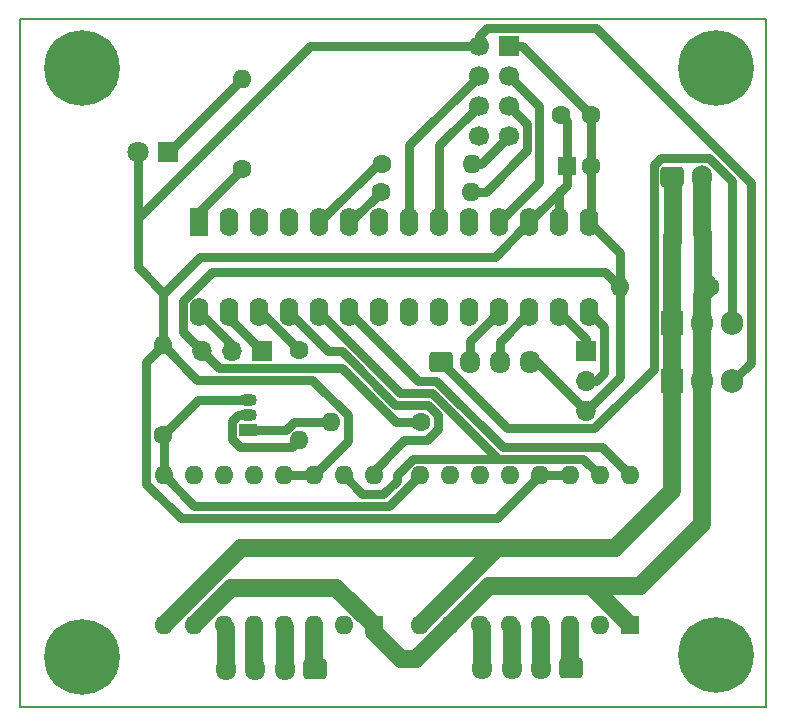
<source format=gbr>
%TF.GenerationSoftware,KiCad,Pcbnew,7.0.10-7.0.10~ubuntu22.04.1*%
%TF.CreationDate,2024-04-21T13:32:48+02:00*%
%TF.ProjectId,axis_control_board,61786973-5f63-46f6-9e74-726f6c5f626f,rev?*%
%TF.SameCoordinates,Original*%
%TF.FileFunction,Copper,L1,Top*%
%TF.FilePolarity,Positive*%
%FSLAX46Y46*%
G04 Gerber Fmt 4.6, Leading zero omitted, Abs format (unit mm)*
G04 Created by KiCad (PCBNEW 7.0.10-7.0.10~ubuntu22.04.1) date 2024-04-21 13:32:48*
%MOMM*%
%LPD*%
G01*
G04 APERTURE LIST*
G04 Aperture macros list*
%AMRoundRect*0 ,Rectangle with rounded corners *0 ,$1 Rounding radius *0 ,$2 $3 $4 $5 $6 $7 $8 $9 X,Y pos of 4 corners *0 ,Add a 4 corners polygon primitive as box body *4,1,4,-0.725,0.6,-0.725,-0.6,
0.725,-0.6,
0.725,0.6,
-0.725,0.6,0.0*0 ,Add four circle primitives for the rounded corners *1,1,0.5,-0.725,0.6*1,1,0.5,-0.725,-0.6*1,1,0.5,0.725,-0.6*1,1,0.5,0.725,0.6*0 ,Add four rect primitives between the rounded corners *20,1,0.5,-0.725,0.6,-0.725,-0.6,0.0*20,1,0.5,-0.725,-0.6,0.725,-0.6,0.0*20,1,0.5,0.725,-0.6,0.725,0.6,0.0*20,1,0.5,0.725,0.6,-0.725,0.6,0.0*%
G04 Aperture macros list end*
%TA.AperFunction,ComponentPad*%
%ADD10C,1.6*%
%TD*%
%TA.AperFunction,ComponentPad*%
%ADD11R,1.6X1.6*%
%TD*%
%TA.AperFunction,ComponentPad*%
%ADD12C,3.6*%
%TD*%
%TA.AperFunction,ConnectorPad*%
%ADD13C,6.4*%
%TD*%
%TA.AperFunction,ComponentPad*%
%ADD14R,1.7X1.7*%
%TD*%
%TA.AperFunction,ComponentPad*%
%ADD15O,1.7X1.7*%
%TD*%
%TA.AperFunction,ComponentPad*%
%ADD16O,1.6X1.6*%
%TD*%
%TA.AperFunction,ComponentPad*%
%ADD17R,1.905X2*%
%TD*%
%TA.AperFunction,ComponentPad*%
%ADD18O,1.905X2*%
%TD*%
%TA.AperFunction,ComponentPad*%
%ADD19R,1.5X1.05*%
%TD*%
%TA.AperFunction,ComponentPad*%
%ADD20O,1.5X1.05*%
%TD*%
%TA.AperFunction,ComponentPad*%
%ADD21RoundRect,0.725X0.25*%
%TD*%
%TA.AperFunction,ComponentPad*%
%ADD22O,1.7X1.95*%
%TD*%
%TA.AperFunction,ComponentPad*%
%ADD23R,1.8X1.8*%
%TD*%
%TA.AperFunction,ComponentPad*%
%ADD24C,1.8*%
%TD*%
%TA.AperFunction,ComponentPad*%
%ADD25R,1.6X2.4*%
%TD*%
%TA.AperFunction,ComponentPad*%
%ADD26O,1.6X2.4*%
%TD*%
%TA.AperFunction,ComponentPad*%
%ADD27RoundRect,-0.75X0.25*%
%TD*%
%TA.AperFunction,ComponentPad*%
%ADD28O,1.7X2*%
%TD*%
%TA.AperFunction,ComponentPad*%
%ADD29RoundRect,-0.725X0.25*%
%TD*%
%TA.AperFunction,ComponentPad*%
%ADD30C,1.7*%
%TD*%
%TA.AperFunction,Conductor*%
%ADD31C,0.8*%
%TD*%
%TA.AperFunction,Conductor*%
%ADD32C,1.5*%
%TD*%
%TA.AperFunction,Profile*%
%ADD33C,0.2*%
%TD*%
G04 APERTURE END LIST*
D10*
X50350000Y52075000D03*
X47850000Y52075000D03*
D11*
X48325000Y47750000D03*
D10*
X50325000Y47750000D03*
D12*
X60975000Y6325000D03*
D13*
X60975000Y6325000D03*
D12*
X7225000Y6200000D03*
D13*
X7225000Y6200000D03*
D14*
X49950000Y32075000D03*
D15*
X49950000Y29535000D03*
X49950000Y26995000D03*
D11*
X53650000Y8900000D03*
D16*
X51110000Y8900000D03*
X48570000Y8900000D03*
X46030000Y8900000D03*
X43490000Y8900000D03*
X40950000Y8900000D03*
X38410000Y8900000D03*
X35870000Y8900000D03*
X35870000Y21600000D03*
X38410000Y21600000D03*
X40950000Y21600000D03*
X43490000Y21600000D03*
X46030000Y21600000D03*
X48570000Y21600000D03*
X51110000Y21600000D03*
X53650000Y21600000D03*
D17*
X57250000Y34475000D03*
D18*
X59790000Y34475000D03*
X62330000Y34475000D03*
D12*
X60975000Y56075000D03*
D13*
X60975000Y56075000D03*
D19*
X21300000Y25430000D03*
D20*
X21300000Y26700000D03*
X21300000Y27970000D03*
D21*
X48650000Y5250000D03*
D22*
X46150000Y5250000D03*
X43650000Y5250000D03*
X41150000Y5250000D03*
D11*
X57325000Y41900000D03*
D10*
X59825000Y41900000D03*
X32550000Y45600000D03*
D16*
X40170000Y45600000D03*
D23*
X14500000Y48925000D03*
D24*
X11960000Y48925000D03*
D25*
X17200000Y42995000D03*
D26*
X19740000Y42995000D03*
X22280000Y42995000D03*
X24820000Y42995000D03*
X27360000Y42995000D03*
X29900000Y42995000D03*
X32440000Y42995000D03*
X34980000Y42995000D03*
X37520000Y42995000D03*
X40060000Y42995000D03*
X42600000Y42995000D03*
X45140000Y42995000D03*
X47680000Y42995000D03*
X50220000Y42995000D03*
X50220000Y35375000D03*
X47680000Y35375000D03*
X45140000Y35375000D03*
X42600000Y35375000D03*
X40060000Y35375000D03*
X37520000Y35375000D03*
X34980000Y35375000D03*
X32440000Y35375000D03*
X29900000Y35375000D03*
X27360000Y35375000D03*
X24820000Y35375000D03*
X22280000Y35375000D03*
X19740000Y35375000D03*
X17200000Y35375000D03*
D10*
X60465000Y37525000D03*
D16*
X52845000Y37525000D03*
D11*
X31945000Y8875000D03*
D16*
X29405000Y8875000D03*
X26865000Y8875000D03*
X24325000Y8875000D03*
X21785000Y8875000D03*
X19245000Y8875000D03*
X16705000Y8875000D03*
X14165000Y8875000D03*
X14165000Y21575000D03*
X16705000Y21575000D03*
X19245000Y21575000D03*
X21785000Y21575000D03*
X24325000Y21575000D03*
X26865000Y21575000D03*
X29405000Y21575000D03*
X31945000Y21575000D03*
D10*
X32625000Y47925000D03*
D16*
X40245000Y47925000D03*
D10*
X25625000Y32150000D03*
D16*
X25625000Y24530000D03*
D10*
X35970000Y26100000D03*
D16*
X28350000Y26100000D03*
D27*
X57225000Y46825000D03*
D28*
X59725000Y46825000D03*
D12*
X7225000Y56100000D03*
D13*
X7225000Y56100000D03*
D17*
X57240000Y29550000D03*
D18*
X59780000Y29550000D03*
X62320000Y29550000D03*
D29*
X37650000Y31175000D03*
D22*
X40150000Y31175000D03*
X42650000Y31175000D03*
X45150000Y31175000D03*
D14*
X43425000Y57950000D03*
D30*
X40885000Y57950000D03*
X43425000Y55410000D03*
X40885000Y55410000D03*
X43425000Y52870000D03*
X40885000Y52870000D03*
X43425000Y50330000D03*
X40885000Y50330000D03*
D10*
X14100000Y24975000D03*
D16*
X14100000Y32595000D03*
D21*
X26945000Y5200000D03*
D22*
X24445000Y5200000D03*
X21945000Y5200000D03*
X19445000Y5200000D03*
D10*
X20825000Y47490000D03*
D16*
X20825000Y55110000D03*
D14*
X22500000Y32125000D03*
D15*
X19960000Y32125000D03*
X17420000Y32125000D03*
D31*
X15800000Y36347790D02*
X18252210Y38800000D01*
D32*
X59895000Y34580000D02*
X59790000Y34475000D01*
X31945000Y8330000D02*
X34275000Y6000000D01*
D31*
X17420000Y32125000D02*
X15800000Y33745000D01*
D32*
X59780000Y17480000D02*
X59780000Y29550000D01*
X59790000Y34475000D02*
X59790000Y36850000D01*
D31*
X45770000Y31175000D02*
X49950000Y26995000D01*
X52845000Y29890000D02*
X52845000Y37525000D01*
D32*
X59790000Y36850000D02*
X59825000Y36885000D01*
D31*
X18870000Y30675000D02*
X29231570Y30675000D01*
X50325000Y52050000D02*
X50350000Y52075000D01*
D32*
X59790000Y29560000D02*
X59780000Y29550000D01*
D31*
X50325000Y47750000D02*
X50325000Y43100000D01*
X50350000Y47775000D02*
X50325000Y47750000D01*
D32*
X59825000Y38450000D02*
X59825000Y41900000D01*
X60465000Y37525000D02*
X59825000Y38165000D01*
X38410000Y8900000D02*
X41735000Y12225000D01*
X59725000Y46825000D02*
X59725000Y42000000D01*
X59790000Y34475000D02*
X59790000Y29560000D01*
D31*
X18252210Y38800000D02*
X51570000Y38800000D01*
D32*
X34275000Y6000000D02*
X35510000Y6000000D01*
X54525000Y12225000D02*
X59780000Y17480000D01*
D31*
X50350000Y52075000D02*
X44475000Y57950000D01*
D32*
X31945000Y8875000D02*
X31945000Y8330000D01*
X41735000Y12225000D02*
X50325000Y12225000D01*
D31*
X15800000Y33745000D02*
X15800000Y36347790D01*
D32*
X59725000Y42000000D02*
X59825000Y41900000D01*
X16705000Y8875000D02*
X19855000Y12025000D01*
D31*
X29231570Y30675000D02*
X33806570Y26100000D01*
D32*
X19855000Y12025000D02*
X28795000Y12025000D01*
X59825000Y36885000D02*
X59825000Y38450000D01*
X59790000Y36850000D02*
X60465000Y37525000D01*
X28795000Y12025000D02*
X31945000Y8875000D01*
D31*
X50350000Y52075000D02*
X50350000Y47775000D01*
X49950000Y26995000D02*
X52845000Y29890000D01*
X33806570Y26100000D02*
X35970000Y26100000D01*
D32*
X50325000Y12225000D02*
X54525000Y12225000D01*
D31*
X17420000Y32125000D02*
X18870000Y30675000D01*
X52845000Y37525000D02*
X52845000Y40370000D01*
X45150000Y31175000D02*
X45770000Y31175000D01*
D32*
X59825000Y38165000D02*
X59825000Y38450000D01*
D31*
X51570000Y38800000D02*
X52845000Y37525000D01*
X44475000Y57950000D02*
X43425000Y57950000D01*
X52845000Y40370000D02*
X50220000Y42995000D01*
X50325000Y43100000D02*
X50220000Y42995000D01*
D32*
X35510000Y6000000D02*
X38410000Y8900000D01*
X50325000Y12225000D02*
X53650000Y8900000D01*
X26865000Y8875000D02*
X26865000Y5280000D01*
X26865000Y5280000D02*
X26945000Y5200000D01*
X24445000Y5200000D02*
X24445000Y8755000D01*
X24445000Y8755000D02*
X24325000Y8875000D01*
X21785000Y8875000D02*
X21785000Y5360000D01*
X21785000Y5360000D02*
X21945000Y5200000D01*
X19445000Y8675000D02*
X19245000Y8875000D01*
X19445000Y5200000D02*
X19445000Y8675000D01*
X42395000Y15425000D02*
X35870000Y8900000D01*
X57325000Y46725000D02*
X57225000Y46825000D01*
X57240000Y29550000D02*
X57240000Y20265000D01*
X20715000Y15425000D02*
X14165000Y8875000D01*
X57250000Y34475000D02*
X57250000Y41825000D01*
X42395000Y15425000D02*
X20715000Y15425000D01*
X57325000Y41900000D02*
X57325000Y46725000D01*
X52400000Y15425000D02*
X42395000Y15425000D01*
X57240000Y29550000D02*
X57240000Y34465000D01*
X57240000Y20265000D02*
X52400000Y15425000D01*
X57250000Y41825000D02*
X57325000Y41900000D01*
X57240000Y34465000D02*
X57250000Y34475000D01*
D31*
X14165000Y24910000D02*
X14100000Y24975000D01*
X14100000Y24975000D02*
X17095000Y27970000D01*
X16765000Y18975000D02*
X33245000Y18975000D01*
X14165000Y21575000D02*
X14165000Y24910000D01*
X33245000Y18975000D02*
X35870000Y21600000D01*
X17095000Y27970000D02*
X21300000Y27970000D01*
X14165000Y21575000D02*
X16765000Y18975000D01*
X42405000Y17975000D02*
X46030000Y21600000D01*
X45140000Y42995000D02*
X48325000Y46180000D01*
X29750000Y24460000D02*
X26865000Y21575000D01*
X63882500Y31112500D02*
X63882500Y46331710D01*
X48325000Y51600000D02*
X47850000Y52075000D01*
X26747790Y29675000D02*
X29750000Y26672790D01*
X62320000Y29550000D02*
X63882500Y31112500D01*
X26575000Y57950000D02*
X40885000Y57950000D01*
X47680000Y45535000D02*
X47680000Y42995000D01*
X15600000Y17975000D02*
X42405000Y17975000D01*
X63882500Y46331710D02*
X50739210Y59475000D01*
X26865000Y21575000D02*
X24325000Y21575000D01*
X11960000Y39186470D02*
X11960000Y48925000D01*
X14196470Y37046470D02*
X17250000Y40100000D01*
X14100000Y32595000D02*
X12700000Y31195000D01*
X50739210Y59475000D02*
X41560000Y59475000D01*
X42245000Y40100000D02*
X45140000Y42995000D01*
X48325000Y47750000D02*
X48325000Y51600000D01*
X48325000Y46180000D02*
X48325000Y47750000D01*
X29750000Y26672790D02*
X29750000Y24460000D01*
X48570000Y21600000D02*
X46030000Y21600000D01*
X40885000Y58800000D02*
X40885000Y57950000D01*
X14100000Y37046470D02*
X11960000Y39186470D01*
X14100000Y37046470D02*
X14196470Y37046470D01*
X48325000Y46180000D02*
X47680000Y45535000D01*
X11960000Y43335000D02*
X26575000Y57950000D01*
X17250000Y40100000D02*
X42245000Y40100000D01*
X14100000Y32595000D02*
X14100000Y37046470D01*
X12700000Y31195000D02*
X12700000Y20875000D01*
X41560000Y59475000D02*
X40885000Y58800000D01*
X11960000Y39186470D02*
X11960000Y43335000D01*
X12700000Y20875000D02*
X15600000Y17975000D01*
X14100000Y32595000D02*
X17020000Y29675000D01*
X17020000Y29675000D02*
X26747790Y29675000D01*
X31005000Y19975000D02*
X29405000Y21575000D01*
X42457000Y23000000D02*
X36932000Y28525000D01*
X35297210Y23000000D02*
X42457000Y23000000D01*
X49710000Y23000000D02*
X42457000Y23000000D01*
X51110000Y21600000D02*
X49710000Y23000000D01*
X33895000Y21100000D02*
X33895000Y21597790D01*
X34210000Y28525000D02*
X27360000Y35375000D01*
X36932000Y28525000D02*
X34210000Y28525000D01*
X32770000Y19975000D02*
X31005000Y19975000D01*
X33895000Y21100000D02*
X32770000Y19975000D01*
X33895000Y21597790D02*
X35297210Y23000000D01*
X31945000Y21964210D02*
X34555790Y24575000D01*
X29245790Y32075000D02*
X28120000Y32075000D01*
X36517790Y27525000D02*
X33795790Y27525000D01*
X28120000Y32075000D02*
X24820000Y35375000D01*
X37370000Y25470000D02*
X37370000Y26672790D01*
X34555790Y24575000D02*
X36475000Y24575000D01*
X31945000Y21575000D02*
X31945000Y21964210D01*
X37370000Y26672790D02*
X36517790Y27525000D01*
X33795790Y27525000D02*
X29245790Y32075000D01*
X36475000Y24575000D02*
X37370000Y25470000D01*
D32*
X48570000Y8900000D02*
X48570000Y5330000D01*
X48570000Y5330000D02*
X48650000Y5250000D01*
X46150000Y8780000D02*
X46030000Y8900000D01*
X46150000Y5250000D02*
X46150000Y8780000D01*
X43650000Y8740000D02*
X43490000Y8900000D01*
X43650000Y5250000D02*
X43650000Y8740000D01*
X41150000Y5250000D02*
X41150000Y8700000D01*
X41150000Y8700000D02*
X40950000Y8900000D01*
D31*
X42871210Y24000000D02*
X51250000Y24000000D01*
X51250000Y24000000D02*
X53650000Y21600000D01*
X35675000Y29600000D02*
X37271210Y29600000D01*
X37271210Y29600000D02*
X42871210Y24000000D01*
X29900000Y35375000D02*
X35675000Y29600000D01*
X37520000Y49505000D02*
X40885000Y52870000D01*
X37520000Y42995000D02*
X37520000Y49505000D01*
X34980000Y49505000D02*
X40885000Y55410000D01*
X34980000Y42995000D02*
X34980000Y49505000D01*
X24552210Y25430000D02*
X25222210Y26100000D01*
X25222210Y26100000D02*
X28350000Y26100000D01*
X21300000Y25430000D02*
X24552210Y25430000D01*
X14640000Y48925000D02*
X14500000Y48925000D01*
X20825000Y55110000D02*
X14640000Y48925000D01*
X49950000Y33105000D02*
X47680000Y35375000D01*
X49950000Y32075000D02*
X49950000Y33105000D01*
X51475000Y34120000D02*
X50220000Y35375000D01*
X49950000Y29535000D02*
X50795340Y29535000D01*
X51475000Y30214660D02*
X51475000Y34120000D01*
X50795340Y29535000D02*
X51475000Y30214660D01*
X25625000Y24530000D02*
X25062870Y23967870D01*
X19950000Y26203530D02*
X20446470Y26700000D01*
X20446470Y26700000D02*
X21300000Y26700000D01*
X25062870Y23967870D02*
X20638600Y23967870D01*
X19950000Y24656470D02*
X19950000Y26203530D01*
X20638600Y23967870D02*
X19950000Y24656470D01*
X17200000Y42995000D02*
X17200000Y43865000D01*
X17200000Y43865000D02*
X20825000Y47490000D01*
X22280000Y35375000D02*
X22400000Y35375000D01*
X22400000Y35375000D02*
X25625000Y32150000D01*
X40245000Y47925000D02*
X41020000Y47925000D01*
X41020000Y47925000D02*
X43425000Y50330000D01*
X44975000Y49100000D02*
X44975000Y51320000D01*
X40170000Y45600000D02*
X41475000Y45600000D01*
X44975000Y51320000D02*
X43425000Y52870000D01*
X41475000Y45600000D02*
X44975000Y49100000D01*
X42600000Y42995000D02*
X45975000Y46370000D01*
X45975000Y52860000D02*
X43425000Y55410000D01*
X45975000Y46370000D02*
X45975000Y52860000D01*
X42650000Y31175000D02*
X42650000Y32885000D01*
X42650000Y32885000D02*
X45140000Y35375000D01*
X40150000Y32925000D02*
X42600000Y35375000D01*
X40150000Y31175000D02*
X40150000Y32925000D01*
X19740000Y35375000D02*
X19740000Y34885000D01*
X19740000Y34885000D02*
X22500000Y32125000D01*
X19960000Y32125000D02*
X19960000Y32615000D01*
X19960000Y32615000D02*
X17200000Y35375000D01*
X50620000Y25545000D02*
X55687500Y30612500D01*
X50620000Y25545000D02*
X43280000Y25545000D01*
X62330000Y46470000D02*
X62330000Y34475000D01*
X55687500Y30612500D02*
X55687500Y47839580D01*
X55687500Y47839580D02*
X56272920Y48425000D01*
X60375000Y48425000D02*
X62330000Y46470000D01*
X43280000Y25545000D02*
X37650000Y31175000D01*
X56272920Y48425000D02*
X60375000Y48425000D01*
X27360000Y42995000D02*
X32290000Y47925000D01*
X32290000Y47925000D02*
X32625000Y47925000D01*
X29900000Y42995000D02*
X29945000Y42995000D01*
X29945000Y42995000D02*
X32550000Y45600000D01*
D33*
X2000000Y60250000D02*
X2000000Y2000000D01*
X65150000Y2000000D01*
X65150000Y60250000D01*
X2000000Y60250000D01*
M02*

</source>
